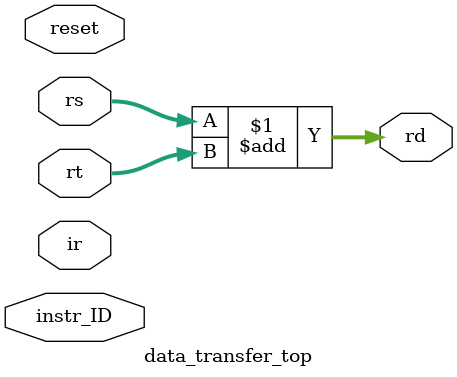
<source format=v>

module data_transfer_top (
    input wire reset,
    input wire [31:0] ir,                   // Instruction Register
    input wire [31:0] instr_ID,             // Decoded instruction ID
    input wire [31:0] rs,rt,                // 2 input parameters to the data transfer module from processor
    output wire [31:0] rd                   // 1 output parameter from data transfer module to processor
);

    assign rd = rs + rt;

endmodule

</source>
